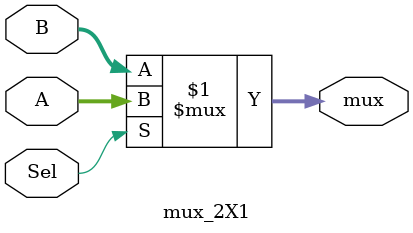
<source format=v>
`timescale 1ns / 1ps


module mux_2X1(
input [31:0]A,B,
input Sel,
output [31:0]mux
    );
    
    assign mux = Sel ? A : B;
endmodule

</source>
